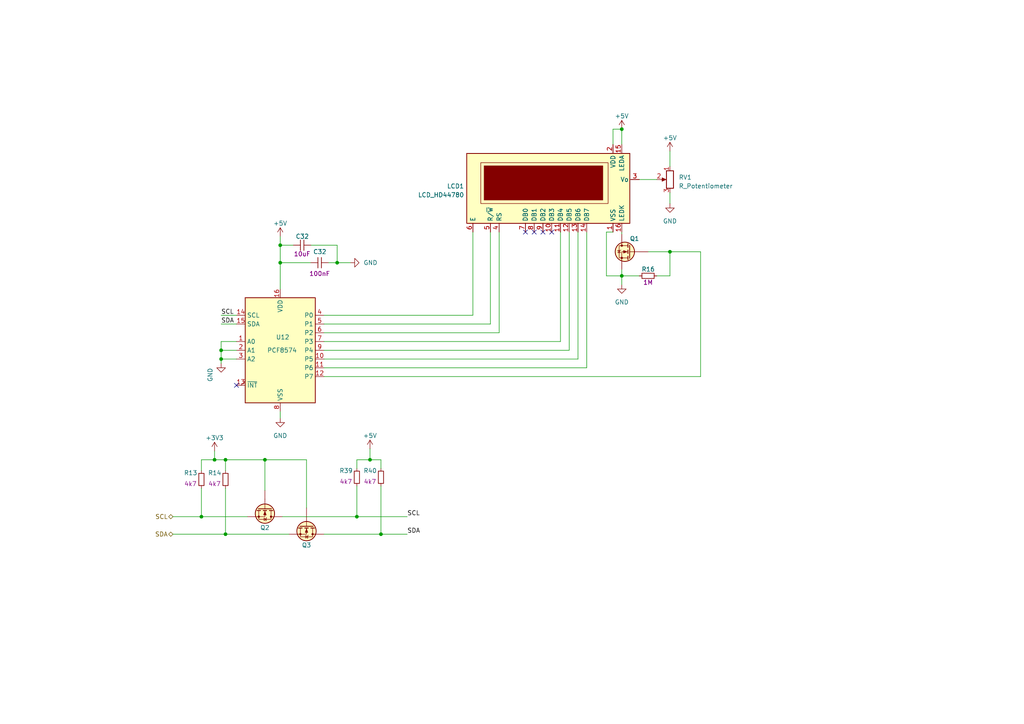
<source format=kicad_sch>
(kicad_sch (version 20230121) (generator eeschema)
  (paper "A4")
  (lib_symbols
    (symbol "Device:R_Potentiometer" (pin_names (offset 1.016) hide)
      (property "Reference" "RV" (at -4.445 0 90))
      (property "Value" "R_Potentiometer" (at -2.54 0 90))
      (symbol "R_Potentiometer_0_1"
        (polyline (pts (xy 2.54 0) (xy 1.524 0)))
        (polyline (pts (xy 1.143 0) (xy 2.286 0.508) (xy 2.286 -0.508) (xy 1.143 0)) (fill (type outline)))
        (rectangle (start 1.016 2.54) (end -1.016 -2.54) (stroke (width 0.254)))
      )
      (symbol "R_Potentiometer_1_1"
        (pin passive line (at 0 3.81 270) (length 1.27) (name "1") (number "1"))
        (pin passive line (at 3.81 0 180) (length 1.27) (name "2") (number "2"))
        (pin passive line (at 0 -3.81 90) (length 1.27) (name "3") (number "3"))
      )
    )
    (symbol "DienLIB:C_0603" (pin_numbers hide) (pin_names (offset 0.254) hide)
      (property "Reference" "C" (at 0.254 1.778 0))
      (symbol "C_0603_1_1"
        (polyline (pts (xy -1.524 -0.508) (xy 1.524 -0.508)) (stroke (width 0.2)))
        (polyline (pts (xy -1.524 0.508) (xy 1.524 0.508)) (stroke (width 0.2)))
        (pin passive line (at 0 2.54 270) (length 2.032) (name "~") (number "1"))
        (pin passive line (at 0 -2.54 90) (length 2.032) (name "~") (number "2"))
      )
    )
    (symbol "DienLIB:R_0603" (pin_numbers hide) (pin_names (offset 0.254) hide)
      (property "Reference" "R" (at 0.762 0.508 0))
      (symbol "R_0603_0_1"
        (rectangle (start -0.762 1.778) (end 0.762 -1.778) (stroke (width 0.2032)))
      )
      (symbol "R_0603_1_1"
        (pin passive line (at 0 2.54 270) (length 0.762) (name "~") (number "1"))
        (pin passive line (at 0 -2.54 90) (length 0.762) (name "~") (number "2"))
      )
    )
    (symbol "IVS_SYMBOLS:LCD_HD44780"
      (property "Reference" "LCD?" (at -25.45 -6.63 90))
      (property "Value" "LCD_HD44780" (at -7.62 20.32 0))
      (symbol "LCD_HD44780_0_1"
        (rectangle (start -24.638 10.1092) (end 22.6568 -10.16) (stroke (width 0.254)) (fill (type background)))
        (rectangle (start -20.574 7.4168) (end 16.3576 -4.4196))
        (rectangle (start -19.6088 6.5024) (end 14.8336 -3.4036) (fill (type outline)))
      )
      (symbol "LCD_HD44780_1_1"
        (pin power_in line (at 17.78 -12.7 90) (length 2.54) (name "VSS") (number "1"))
        (pin bidirectional line (at 0 -12.7 90) (length 2.54) (name "DB3") (number "10"))
        (pin bidirectional line (at 2.54 -12.7 90) (length 2.54) (name "DB4") (number "11"))
        (pin bidirectional line (at 5.08 -12.7 90) (length 2.54) (name "DB5") (number "12"))
        (pin bidirectional line (at 7.62 -12.7 90) (length 2.54) (name "DB6") (number "13"))
        (pin bidirectional line (at 10.16 -12.7 90) (length 2.54) (name "DB7") (number "14"))
        (pin passive line (at 20.32 12.7 270) (length 2.54) (name "LEDA") (number "15"))
        (pin passive line (at 20.32 -12.7 90) (length 2.54) (name "LEDK") (number "16"))
        (pin power_in line (at 17.78 12.7 270) (length 2.54) (name "VDD") (number "2"))
        (pin input line (at 25.4 2.54 180) (length 2.54) (name "Vo") (number "3"))
        (pin input line (at -15.24 -12.7 90) (length 2.54) (name "RS") (number "4"))
        (pin input line (at -17.78 -12.7 90) (length 2.54) (name "R/~{W}") (number "5"))
        (pin input line (at -22.86 -12.7 90) (length 2.54) (name "E") (number "6"))
        (pin bidirectional line (at -7.62 -12.7 90) (length 2.54) (name "DB0") (number "7"))
        (pin bidirectional line (at -5.08 -12.7 90) (length 2.54) (name "DB1") (number "8"))
        (pin bidirectional line (at -2.54 -12.7 90) (length 2.54) (name "DB2") (number "9"))
      )
    )
    (symbol "IVS_SYMBOLS:N_Mosfet" (pin_numbers hide) (pin_names hide)
      (property "Reference" "Q" (at 2.794 1.2192 0))
      (symbol "N_Mosfet_0_1"
        (circle (center -0.889 0) (radius 2.794) (stroke (width 0.254)) (fill (type background)))
        (circle (center 0 -1.778) (radius 0.254) (fill (type outline)))
        (polyline (pts (xy -2.286 0) (xy -5.08 0)))
        (polyline (pts (xy -2.286 1.905) (xy -2.286 -1.905)) (stroke (width 0.254)))
        (polyline (pts (xy -1.778 -1.27) (xy -1.778 -2.286)) (stroke (width 0.254)))
        (polyline (pts (xy -1.778 0.508) (xy -1.778 -0.508)) (stroke (width 0.254)))
        (polyline (pts (xy -1.778 2.286) (xy -1.778 1.27)) (stroke (width 0.254)))
        (polyline (pts (xy 0 2.54) (xy 0 1.778)))
        (polyline (pts (xy 0 -2.54) (xy 0 0) (xy -1.778 0)))
        (polyline (pts (xy -1.778 -1.778) (xy 0.762 -1.778) (xy 0.762 1.778) (xy -1.778 1.778)))
        (polyline (pts (xy -1.524 0) (xy -0.508 0.381) (xy -0.508 -0.381) (xy -1.524 0)) (fill (type outline)))
        (polyline (pts (xy 0.254 0.508) (xy 0.381 0.381) (xy 1.143 0.381) (xy 1.27 0.254)))
        (polyline (pts (xy 0.762 0.381) (xy 0.381 -0.254) (xy 1.143 -0.254) (xy 0.762 0.381)))
        (circle (center 0 1.778) (radius 0.254) (fill (type outline)))
      )
      (symbol "N_Mosfet_1_1"
        (pin input line (at -7.62 0 0) (length 2.54) (name "G") (number "1"))
        (pin passive line (at 0 -5.08 90) (length 2.54) (name "S") (number "2"))
        (pin passive line (at 0 5.08 270) (length 2.54) (name "D") (number "3"))
      )
    )
    (symbol "Interface_Expansion:PCF8574"
      (property "Reference" "U" (at -8.89 16.51 0))
      (property "Value" "PCF8574" (at 2.54 16.51 0))
      (symbol "PCF8574_0_1"
        (rectangle (start -10.16 15.24) (end 10.16 -15.24) (stroke (width 0.254)) (fill (type background)))
      )
      (symbol "PCF8574_1_1"
        (pin input line (at -12.7 2.54 0) (length 2.54) (name "A0") (number "1"))
        (pin bidirectional line (at 12.7 -2.54 180) (length 2.54) (name "P5") (number "10"))
        (pin bidirectional line (at 12.7 -5.08 180) (length 2.54) (name "P6") (number "11"))
        (pin bidirectional line (at 12.7 -7.62 180) (length 2.54) (name "P7") (number "12"))
        (pin open_collector output_low (at -12.7 -10.16 0) (length 2.54) (name "~{INT}") (number "13"))
        (pin input line (at -12.7 10.16 0) (length 2.54) (name "SCL") (number "14"))
        (pin bidirectional line (at -12.7 7.62 0) (length 2.54) (name "SDA") (number "15"))
        (pin power_in line (at 0 17.78 270) (length 2.54) (name "VDD") (number "16"))
        (pin input line (at -12.7 0 0) (length 2.54) (name "A1") (number "2"))
        (pin input line (at -12.7 -2.54 0) (length 2.54) (name "A2") (number "3"))
        (pin bidirectional line (at 12.7 10.16 180) (length 2.54) (name "P0") (number "4"))
        (pin bidirectional line (at 12.7 7.62 180) (length 2.54) (name "P1") (number "5"))
        (pin bidirectional line (at 12.7 5.08 180) (length 2.54) (name "P2") (number "6"))
        (pin bidirectional line (at 12.7 2.54 180) (length 2.54) (name "P3") (number "7"))
        (pin power_in line (at 0 -17.78 90) (length 2.54) (name "VSS") (number "8"))
        (pin bidirectional line (at 12.7 0 180) (length 2.54) (name "P4") (number "9"))
      )
    )
    (symbol "power:+3V3" (power) (pin_names (offset 0))
      (property "Value" "+3V3" (at 0 3.556 0))
      (symbol "+3V3_0_1"
        (polyline (pts (xy -0.762 1.27) (xy 0 2.54)))
        (polyline (pts (xy 0 0) (xy 0 2.54)))
        (polyline (pts (xy 0 2.54) (xy 0.762 1.27)))
      )
      (symbol "+3V3_1_1"
        (pin power_in line (at 0 0 90) (length 0) hide (name "+3V3") (number "1"))
      )
    )
    (symbol "power:+5V" (power) (pin_names (offset 0))
      (property "Value" "+5V" (at 0 3.556 0))
      (symbol "+5V_0_1"
        (polyline (pts (xy -0.762 1.27) (xy 0 2.54)))
        (polyline (pts (xy 0 0) (xy 0 2.54)))
        (polyline (pts (xy 0 2.54) (xy 0.762 1.27)))
      )
      (symbol "+5V_1_1"
        (pin power_in line (at 0 0 90) (length 0) hide (name "+5V") (number "1"))
      )
    )
    (symbol "power:GND" (power) (pin_names (offset 0))
      (property "Value" "GND" (at 0 -3.81 0))
      (symbol "GND_0_1"
        (polyline (pts (xy 0 0) (xy 0 -1.27) (xy 1.27 -1.27) (xy 0 -2.54) (xy -1.27 -1.27) (xy 0 -1.27)))
      )
      (symbol "GND_1_1"
        (pin power_in line (at 0 0 270) (length 0) hide (name "GND") (number "1"))
      )
    )
  )
  (junction (at 62.23 133.35))
  (junction (at 65.405 133.35))
  (junction (at 194.31 73.025))
  (junction (at 58.42 149.86))
  (junction (at 64.135 101.6))
  (junction (at 97.79 76.2))
  (junction (at 64.135 104.14))
  (junction (at 81.28 76.2))
  (junction (at 76.835 133.35))
  (junction (at 103.505 149.86))
  (junction (at 180.34 80.01))
  (junction (at 110.49 154.94))
  (junction (at 180.34 37.465))
  (junction (at 81.28 71.12))
  (junction (at 65.405 154.94))
  (junction (at 107.315 133.35))
  (no_connect (at 157.48 67.31))
  (no_connect (at 68.58 111.76))
  (no_connect (at 160.02 67.31))
  (no_connect (at 154.94 67.31))
  (no_connect (at 152.4 67.31))
  (wire (pts (xy 180.34 67.31) (xy 180.34 67.945)))
  (wire (pts (xy 180.34 80.01) (xy 185.42 80.01)))
  (wire (pts (xy 81.28 119.38) (xy 81.28 121.285)))
  (wire (pts (xy 103.505 135.89) (xy 103.505 133.35)))
  (wire (pts (xy 110.49 133.35) (xy 110.49 135.89)))
  (wire (pts (xy 110.49 140.97) (xy 110.49 154.94)))
  (wire (pts (xy 93.98 91.44) (xy 137.16 91.44)))
  (wire (pts (xy 65.405 141.605) (xy 65.405 154.94)))
  (wire (pts (xy 64.135 101.6) (xy 68.58 101.6)))
  (wire (pts (xy 88.9 133.35) (xy 76.835 133.35)))
  (wire (pts (xy 167.64 67.31) (xy 167.64 104.14)))
  (wire (pts (xy 203.2 109.22) (xy 203.2 73.025)))
  (wire (pts (xy 107.315 133.35) (xy 110.49 133.35)))
  (wire (pts (xy 88.9 147.32) (xy 88.9 133.35)))
  (wire (pts (xy 194.31 73.025) (xy 194.31 80.01)))
  (wire (pts (xy 162.56 67.31) (xy 162.56 99.06)))
  (wire (pts (xy 81.28 68.58) (xy 81.28 71.12)))
  (wire (pts (xy 58.42 149.86) (xy 71.755 149.86)))
  (wire (pts (xy 64.135 104.14) (xy 68.58 104.14)))
  (wire (pts (xy 64.135 93.98) (xy 68.58 93.98)))
  (wire (pts (xy 180.34 37.465) (xy 180.34 41.91)))
  (wire (pts (xy 97.79 76.2) (xy 101.6 76.2)))
  (wire (pts (xy 62.23 130.81) (xy 62.23 133.35)))
  (wire (pts (xy 93.98 106.68) (xy 170.18 106.68)))
  (wire (pts (xy 93.98 154.94) (xy 110.49 154.94)))
  (wire (pts (xy 180.34 80.01) (xy 180.34 78.105)))
  (wire (pts (xy 68.58 99.06) (xy 64.135 99.06)))
  (wire (pts (xy 144.78 67.31) (xy 144.78 96.52)))
  (wire (pts (xy 165.1 101.6) (xy 165.1 67.31)))
  (wire (pts (xy 50.165 149.86) (xy 58.42 149.86)))
  (wire (pts (xy 107.315 130.175) (xy 107.315 133.35)))
  (wire (pts (xy 62.23 133.35) (xy 65.405 133.35)))
  (wire (pts (xy 103.505 133.35) (xy 107.315 133.35)))
  (wire (pts (xy 65.405 154.94) (xy 83.82 154.94)))
  (wire (pts (xy 177.8 37.465) (xy 180.34 37.465)))
  (wire (pts (xy 137.16 91.44) (xy 137.16 67.31)))
  (wire (pts (xy 194.31 73.025) (xy 203.2 73.025)))
  (wire (pts (xy 65.405 133.35) (xy 65.405 136.525)))
  (wire (pts (xy 110.49 154.94) (xy 118.11 154.94)))
  (wire (pts (xy 103.505 140.97) (xy 103.505 149.86)))
  (wire (pts (xy 64.135 101.6) (xy 64.135 104.14)))
  (wire (pts (xy 177.8 41.91) (xy 177.8 37.465)))
  (wire (pts (xy 81.915 149.86) (xy 103.505 149.86)))
  (wire (pts (xy 97.79 71.12) (xy 97.79 76.2)))
  (wire (pts (xy 76.835 133.35) (xy 65.405 133.35)))
  (wire (pts (xy 103.505 149.86) (xy 118.11 149.86)))
  (wire (pts (xy 95.25 76.2) (xy 97.79 76.2)))
  (wire (pts (xy 64.135 99.06) (xy 64.135 101.6)))
  (wire (pts (xy 170.18 106.68) (xy 170.18 67.31)))
  (wire (pts (xy 175.895 67.31) (xy 177.8 67.31)))
  (wire (pts (xy 142.24 93.98) (xy 142.24 67.31)))
  (wire (pts (xy 85.09 71.12) (xy 81.28 71.12)))
  (wire (pts (xy 90.17 71.12) (xy 97.79 71.12)))
  (wire (pts (xy 81.28 76.2) (xy 81.28 83.82)))
  (wire (pts (xy 64.135 104.14) (xy 64.135 105.41)))
  (wire (pts (xy 81.28 71.12) (xy 81.28 76.2)))
  (wire (pts (xy 93.98 96.52) (xy 144.78 96.52)))
  (wire (pts (xy 194.31 80.01) (xy 190.5 80.01)))
  (wire (pts (xy 175.895 80.01) (xy 180.34 80.01)))
  (wire (pts (xy 194.31 43.815) (xy 194.31 48.26)))
  (wire (pts (xy 58.42 141.605) (xy 58.42 149.86)))
  (wire (pts (xy 190.5 52.07) (xy 185.42 52.07)))
  (wire (pts (xy 58.42 133.35) (xy 62.23 133.35)))
  (wire (pts (xy 58.42 136.525) (xy 58.42 133.35)))
  (wire (pts (xy 50.165 154.94) (xy 65.405 154.94)))
  (wire (pts (xy 194.31 59.055) (xy 194.31 55.88)))
  (wire (pts (xy 76.835 142.24) (xy 76.835 133.35)))
  (wire (pts (xy 175.895 67.31) (xy 175.895 80.01)))
  (wire (pts (xy 90.17 76.2) (xy 81.28 76.2)))
  (wire (pts (xy 93.98 101.6) (xy 165.1 101.6)))
  (wire (pts (xy 167.64 104.14) (xy 93.98 104.14)))
  (wire (pts (xy 93.98 109.22) (xy 203.2 109.22)))
  (wire (pts (xy 180.34 82.55) (xy 180.34 80.01)))
  (wire (pts (xy 187.96 73.025) (xy 194.31 73.025)))
  (wire (pts (xy 162.56 99.06) (xy 93.98 99.06)))
  (wire (pts (xy 93.98 93.98) (xy 142.24 93.98)))
  (wire (pts (xy 64.135 91.44) (xy 68.58 91.44)))
  (label "SCL" (at 118.11 149.86 0))
  (label "SCL" (at 64.135 91.44 0))
  (label "SDA" (at 64.135 93.98 0))
  (label "SDA" (at 118.11 154.94 0))
  (hierarchical_label "SCL" (shape bidirectional) (at 50.165 149.86 180))
  (hierarchical_label "SDA" (shape bidirectional) (at 50.165 154.94 180))
  (symbol (lib_id "power:GND") (at 81.28 121.285 0) (unit 1)
    (property "Reference" "#PWR0120" (effects hide))
    (property "Value" "GND" (at 81.28 126.365 0))
    (instances (project "de_pinout_cb" (path "" (reference "#PWR0120") (unit 1))) (project "gateway" (path "" (reference "#PWR023") (unit 1))))
  )
  (symbol (lib_id "power:+5V") (at 194.31 43.815 0) (unit 1)
    (property "Reference" "#PWR059" (effects hide))
    (property "Value" "+5V" (at 194.31 40.005 0))
  )
  (symbol (lib_id "DienLIB:R_0603") (at 110.49 138.43 0) (unit 1)
    (property "Reference" "R40" (at 105.41 136.525 0) (effects (justify left)))
    (property "Value" "4k7_1%_0.1W" (effects hide))
    (property "Footprint" "DienLIB:R_0603" (effects hide))
    (property "symbol" "4k7" (at 107.315 139.7 0))
    (instances (project "gateway" (path "" (reference "R40") (unit 1)) (path "" (reference "R15") (unit 1))))
  )
  (symbol (lib_id "DienLIB:C_0603") (at 87.63 71.12 270) (unit 1)
    (property "Reference" "C32" (at 85.725 68.58 90) (effects (justify left)))
    (property "Value" "10uF_50V" (effects hide))
    (property "Footprint" "DienLIB:C_0603" (effects hide))
    (property "symbol" "10uF" (at 87.63 73.66 90))
    (instances (project "gateway" (path "" (reference "C32") (unit 1)) (path "" (reference "C12") (unit 1))))
  )
  (symbol (lib_id "power:GND") (at 64.135 105.41 0) (unit 1)
    (property "Reference" "#PWR031" (effects hide))
    (property "Value" "GND" (at 60.96 106.68 90) (effects (justify right)))
    (instances (project "board_test_abs" (path "" (reference "#PWR031") (unit 1))) (project "gateway" (path "" (reference "#PWR088") (unit 1))))
  )
  (symbol (lib_id "DienLIB:R_0603") (at 187.96 80.01 270) (unit 1)
    (property "Reference" "R16" (at 186.055 78.105 90) (effects (justify left)))
    (property "Value" "1M_1%_0.1W" (effects hide))
    (property "Footprint" "DienLIB:R_0603" (effects hide))
    (property "symbol" "1M" (at 187.96 81.915 90))
  )
  (symbol (lib_id "Interface_Expansion:PCF8574") (at 81.28 101.6 0) (unit 1)
    (property "Reference" "U12" (at 80.01 97.79 0) (effects (justify left)))
    (property "Value" "PCF8574" (at 77.47 101.6 0) (effects (justify left)))
    (property "Footprint" "DienLIB:SOIC-16W_7.5x10.3mm_P1.27mm" (effects hide))
    (property "Datasheet" "http://www.nxp.com/documents/data_sheet/PCF8574_PCF8574A.pdf" (effects hide))
  )
  (symbol (lib_id "power:GND") (at 194.31 59.055 0) (unit 1)
    (property "Reference" "#PWR0118" (effects hide))
    (property "Value" "GND" (at 194.31 64.135 0))
    (instances (project "de_pinout_cb" (path "" (reference "#PWR0118") (unit 1))) (project "gateway" (path "" (reference "#PWR058") (unit 1))))
  )
  (symbol (lib_id "DienLIB:R_0603") (at 65.405 139.065 0) (unit 1)
    (property "Reference" "R14" (at 60.325 137.16 0) (effects (justify left)))
    (property "Value" "4k7_1%_0.1W" (effects hide))
    (property "Footprint" "DienLIB:R_0603" (effects hide))
    (property "symbol" "4k7" (at 62.23 140.335 0))
    (instances (project "gateway" (path "" (reference "R14") (unit 1)) (path "" (reference "R15") (unit 1))))
  )
  (symbol (lib_id "DienLIB:C_0603") (at 92.71 76.2 270) (unit 1)
    (property "Reference" "C32" (at 90.805 73.025 90) (effects (justify left)))
    (property "Value" "100nF_50V" (effects hide))
    (property "Footprint" "DienLIB:C_0603" (effects hide))
    (property "symbol" "100nF" (at 92.71 79.375 90))
    (instances (project "gateway" (path "" (reference "C32") (unit 1)) (path "" (reference "C13") (unit 1))))
  )
  (symbol (lib_id "power:GND") (at 180.34 82.55 0) (unit 1)
    (property "Reference" "#PWR0118" (effects hide))
    (property "Value" "GND" (at 180.34 87.63 0))
    (instances (project "de_pinout_cb" (path "" (reference "#PWR0118") (unit 1))) (project "gateway" (path "" (reference "#PWR057") (unit 1))))
  )
  (symbol (lib_id "power:+5V") (at 107.315 130.175 0) (unit 1)
    (property "Reference" "#PWR0119" (effects hide))
    (property "Value" "+5V" (at 107.315 126.365 0))
    (instances (project "de_pinout_cb" (path "" (reference "#PWR0119") (unit 1))) (project "gateway" (path "" (reference "#PWR089") (unit 1))))
  )
  (symbol (lib_id "IVS_SYMBOLS:N_Mosfet") (at 180.34 73.025 0) (mirror y) (unit 1)
    (property "Reference" "Q1" (at 185.42 69.215 0) (effects (justify left)))
    (property "Value" "SI2300" (effects hide))
    (property "Footprint" "IVS_FOOTPRINTS:SOT23-3" (effects hide))
    (property "Datasheet" "https://www.onsemi.com/pub/Collateral/BSS138-D.PDF" (effects hide))
  )
  (symbol (lib_id "DienLIB:R_0603") (at 58.42 139.065 0) (unit 1)
    (property "Reference" "R13" (at 53.34 137.16 0) (effects (justify left)))
    (property "Value" "4k7_1%_0.1W" (effects hide))
    (property "Footprint" "DienLIB:R_0603" (effects hide))
    (property "symbol" "4k7" (at 55.245 140.335 0))
    (instances (project "gateway" (path "" (reference "R13") (unit 1)) (path "" (reference "R15") (unit 1))))
  )
  (symbol (lib_id "IVS_SYMBOLS:LCD_HD44780") (at 160.02 54.61 0) (unit 1)
    (property "Reference" "LCD1" (at 134.62 54.0004 0) (effects (justify right)))
    (property "Value" "LCD_HD44780" (at 134.62 56.5404 0) (effects (justify right)))
    (property "Footprint" "IVS_FOOTPRINTS:LCD_HD44780" (effects hide))
    (property "Datasheet" "https://www.waveshare.com/datasheet/LCD_en_PDF/LCD1602.pdf" (effects hide))
  )
  (symbol (lib_id "IVS_SYMBOLS:N_Mosfet") (at 76.835 149.86 270) (unit 1)
    (property "Reference" "Q2" (at 76.835 153.035 90))
    (property "Value" "SI2300" (effects hide))
    (property "Footprint" "IVS_FOOTPRINTS:SOT23-3" (effects hide))
    (property "Datasheet" "https://www.onsemi.com/pub/Collateral/BSS138-D.PDF" (effects hide))
  )
  (symbol (lib_id "power:+5V") (at 180.34 37.465 0) (unit 1)
    (property "Reference" "#PWR056" (effects hide))
    (property "Value" "+5V" (at 180.34 33.655 0))
  )
  (symbol (lib_id "DienLIB:R_0603") (at 103.505 138.43 0) (unit 1)
    (property "Reference" "R39" (at 98.425 136.525 0) (effects (justify left)))
    (property "Value" "4k7_1%_0.1W" (effects hide))
    (property "Footprint" "DienLIB:R_0603" (effects hide))
    (property "symbol" "4k7" (at 100.33 139.7 0))
    (instances (project "gateway" (path "" (reference "R39") (unit 1)) (path "" (reference "R15") (unit 1))))
  )
  (symbol (lib_id "Device:R_Potentiometer") (at 194.31 52.07 0) (mirror y) (unit 1)
    (property "Reference" "RV1" (at 196.85 51.435 0) (effects (justify right)))
    (property "Value" "R_Potentiometer" (at 196.85 53.975 0) (effects (justify right)))
    (property "Footprint" "DienLIB:R-potimeter-3pin" (effects hide))
  )
  (symbol (lib_id "power:+5V") (at 81.28 68.58 0) (unit 1)
    (property "Reference" "#PWR0119" (effects hide))
    (property "Value" "+5V" (at 81.28 64.77 0))
    (instances (project "de_pinout_cb" (path "" (reference "#PWR0119") (unit 1))) (project "gateway" (path "" (reference "#PWR022") (unit 1))))
  )
  (symbol (lib_id "IVS_SYMBOLS:N_Mosfet") (at 88.9 154.94 270) (unit 1)
    (property "Reference" "Q3" (at 88.9 158.115 90))
    (property "Value" "SI2300" (effects hide))
    (property "Footprint" "IVS_FOOTPRINTS:SOT23-3" (effects hide))
    (property "Datasheet" "https://www.onsemi.com/pub/Collateral/BSS138-D.PDF" (effects hide))
  )
  (symbol (lib_id "power:GND") (at 101.6 76.2 90) (unit 1)
    (property "Reference" "#PWR0118" (effects hide))
    (property "Value" "GND" (at 105.41 76.1999 90) (effects (justify right)))
    (instances (project "de_pinout_cb" (path "" (reference "#PWR0118") (unit 1))) (project "gateway" (path "" (reference "#PWR024") (unit 1))))
  )
  (symbol (lib_id "power:+3V3") (at 62.23 130.81 0) (unit 1)
    (property "Reference" "#PWR055" (effects hide))
    (property "Value" "+3V3" (at 62.23 127 0))
    (instances (project "gateway" (path "" (reference "#PWR055") (unit 1)) (path "" (reference "#PWR066") (unit 1)) (path "" (reference "#PWR090") (unit 1))))
  )
)
</source>
